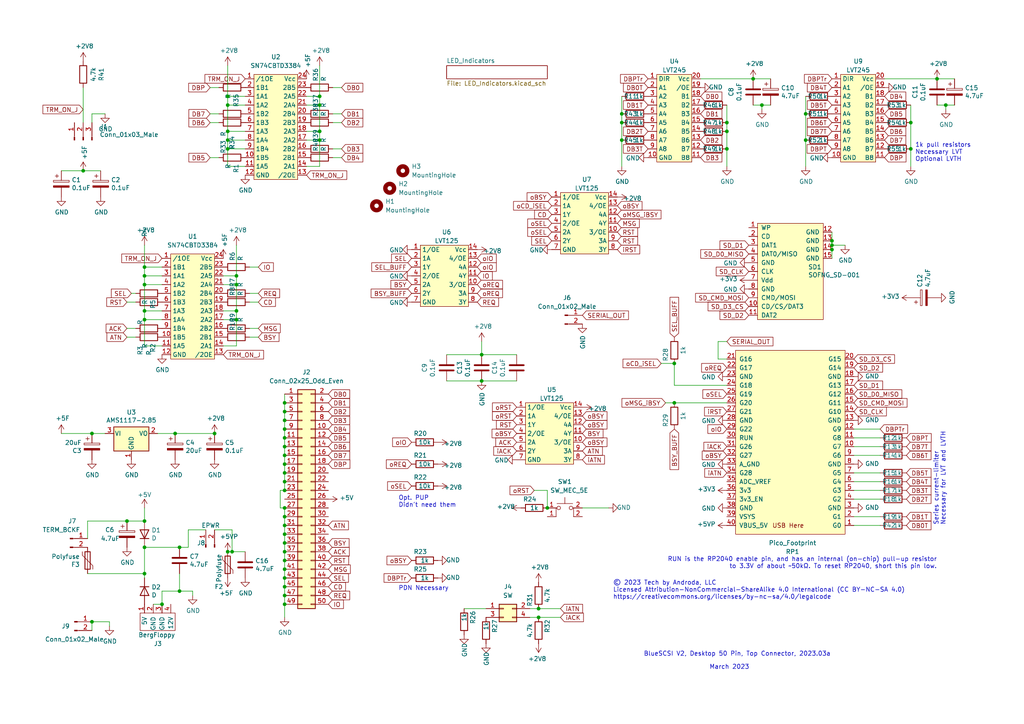
<source format=kicad_sch>
(kicad_sch (version 20211123) (generator eeschema)
  (paper "A4")
  (junction (at 82.55 142.24))
  (junction (at 82.55 165.1))
  (junction (at 241.3 69.85))
  (junction (at 41.91 77.47))
  (junction (at 82.55 170.18))
  (junction (at 92.71 27.94))
  (junction (at 41.91 90.17))
  (junction (at 52.07 158.75))
  (junction (at 52.07 171.45))
  (junction (at 68.58 82.55))
  (junction (at 36.83 151.13))
  (junction (at 220.98 30.48))
  (junction (at 66.04 43.18))
  (junction (at 156.21 176.53))
  (junction (at 139.7 110.49))
  (junction (at 92.71 30.48))
  (junction (at 241.3 72.39))
  (junction (at 82.55 172.72))
  (junction (at 92.71 40.64))
  (junction (at 158.75 147.32))
  (junction (at 41.91 158.75))
  (junction (at 24.13 49.53))
  (junction (at 92.71 38.1))
  (junction (at 82.55 116.84))
  (junction (at 210.82 43.18))
  (junction (at 139.7 102.87))
  (junction (at 195.58 105.41))
  (junction (at 82.55 119.38))
  (junction (at 82.55 121.92))
  (junction (at 82.55 160.02))
  (junction (at 82.55 147.32))
  (junction (at 82.55 175.26))
  (junction (at 82.55 134.62))
  (junction (at 41.91 151.13))
  (junction (at 26.67 180.34))
  (junction (at 41.91 80.01))
  (junction (at 68.58 80.01))
  (junction (at 66.04 38.1))
  (junction (at 41.91 82.55))
  (junction (at 180.34 33.02))
  (junction (at 82.55 124.46))
  (junction (at 67.31 160.02))
  (junction (at 233.68 33.02))
  (junction (at 210.82 35.56))
  (junction (at 82.55 167.64))
  (junction (at 26.67 125.73))
  (junction (at 68.58 90.17))
  (junction (at 218.44 22.86))
  (junction (at 62.23 125.73))
  (junction (at 271.78 22.86))
  (junction (at 156.21 179.07))
  (junction (at 50.8 125.73))
  (junction (at 180.34 40.64))
  (junction (at 66.04 27.94))
  (junction (at 82.55 132.08))
  (junction (at 82.55 157.48))
  (junction (at 210.82 38.1))
  (junction (at 233.68 40.64))
  (junction (at 264.16 43.18))
  (junction (at 82.55 137.16))
  (junction (at 66.04 30.48))
  (junction (at 41.91 166.37))
  (junction (at 195.58 116.84))
  (junction (at 82.55 162.56))
  (junction (at 274.32 30.48))
  (junction (at 82.55 127))
  (junction (at 180.34 35.56))
  (junction (at 66.04 160.02))
  (junction (at 82.55 152.4))
  (junction (at 241.3 71.12))
  (junction (at 264.16 35.56))
  (junction (at 66.04 40.64))
  (junction (at 82.55 149.86))
  (junction (at 82.55 129.54))
  (junction (at 68.58 92.71))
  (junction (at 82.55 139.7))
  (junction (at 41.91 92.71))
  (junction (at 46.99 175.26))
  (junction (at 82.55 154.94))
  (wire (pts (xy 92.71 48.26) (xy 92.71 40.64)))
  (wire (pts (xy 210.82 38.1) (xy 210.82 43.18)))
  (wire (pts (xy 193.04 116.84) (xy 195.58 116.84)))
  (wire (pts (xy 245.11 71.12) (xy 241.3 71.12)))
  (wire (pts (xy 153.67 176.53) (xy 156.21 176.53)))
  (wire (pts (xy 66.04 43.18) (xy 71.12 43.18)))
  (wire (pts (xy 180.34 40.64) (xy 180.34 48.26)))
  (wire (pts (xy 218.44 22.86) (xy 203.2 22.86)))
  (wire (pts (xy 54.61 153.67) (xy 59.69 153.67)))
  (wire (pts (xy 92.71 30.48) (xy 92.71 27.94)))
  (wire (pts (xy 241.3 69.85) (xy 241.3 71.12)))
  (wire (pts (xy 88.9 48.26) (xy 92.71 48.26)))
  (wire (pts (xy 64.77 90.17) (xy 68.58 90.17)))
  (wire (pts (xy 210.82 35.56) (xy 210.82 38.1)))
  (wire (pts (xy 264.16 43.18) (xy 264.16 48.26)))
  (wire (pts (xy 274.32 30.48) (xy 274.32 31.75)))
  (wire (pts (xy 71.12 48.26) (xy 66.04 48.26)))
  (wire (pts (xy 52.07 171.45) (xy 55.88 171.45)))
  (wire (pts (xy 88.9 38.1) (xy 92.71 38.1)))
  (wire (pts (xy 39.37 85.09) (xy 38.1 85.09)))
  (wire (pts (xy 82.55 149.86) (xy 82.55 152.4)))
  (wire (pts (xy 271.78 30.48) (xy 274.32 30.48)))
  (wire (pts (xy 82.55 172.72) (xy 82.55 175.26)))
  (wire (pts (xy 134.62 176.53) (xy 140.97 176.53)))
  (wire (pts (xy 67.31 160.02) (xy 71.12 160.02)))
  (wire (pts (xy 82.55 175.26) (xy 82.55 179.07)))
  (wire (pts (xy 66.04 30.48) (xy 66.04 27.94)))
  (wire (pts (xy 218.44 30.48) (xy 220.98 30.48)))
  (wire (pts (xy 66.04 38.1) (xy 66.04 30.48)))
  (wire (pts (xy 26.67 125.73) (xy 30.48 125.73)))
  (wire (pts (xy 82.55 124.46) (xy 82.55 127)))
  (wire (pts (xy 139.7 110.49) (xy 149.86 110.49)))
  (wire (pts (xy 129.54 102.87) (xy 139.7 102.87)))
  (wire (pts (xy 82.55 142.24) (xy 81.28 142.24)))
  (wire (pts (xy 96.52 33.02) (xy 99.06 33.02)))
  (wire (pts (xy 41.91 77.47) (xy 46.99 77.47)))
  (wire (pts (xy 66.04 38.1) (xy 66.04 40.64)))
  (wire (pts (xy 180.34 35.56) (xy 180.34 40.64)))
  (wire (pts (xy 82.55 170.18) (xy 82.55 172.72)))
  (wire (pts (xy 233.68 33.02) (xy 233.68 40.64)))
  (wire (pts (xy 168.91 147.32) (xy 176.53 147.32)))
  (wire (pts (xy 247.65 139.7) (xy 255.27 139.7)))
  (wire (pts (xy 25.4 151.13) (xy 25.4 156.21)))
  (wire (pts (xy 62.23 153.67) (xy 67.31 153.67)))
  (wire (pts (xy 247.65 149.86) (xy 255.27 149.86)))
  (wire (pts (xy 247.65 132.08) (xy 255.27 132.08)))
  (wire (pts (xy 41.91 90.17) (xy 41.91 82.55)))
  (wire (pts (xy 264.16 35.56) (xy 264.16 43.18)))
  (wire (pts (xy 241.3 67.31) (xy 241.3 69.85)))
  (wire (pts (xy 92.71 40.64) (xy 92.71 38.1)))
  (wire (pts (xy 74.93 95.25) (xy 72.39 95.25)))
  (wire (pts (xy 41.91 92.71) (xy 46.99 92.71)))
  (wire (pts (xy 241.3 72.39) (xy 241.3 74.93)))
  (wire (pts (xy 41.91 151.13) (xy 36.83 151.13)))
  (wire (pts (xy 247.65 142.24) (xy 255.27 142.24)))
  (wire (pts (xy 41.91 80.01) (xy 46.99 80.01)))
  (wire (pts (xy 46.99 90.17) (xy 41.91 90.17)))
  (wire (pts (xy 82.55 139.7) (xy 82.55 142.24)))
  (wire (pts (xy 82.55 129.54) (xy 82.55 132.08)))
  (wire (pts (xy 82.55 157.48) (xy 82.55 160.02)))
  (wire (pts (xy 26.67 180.34) (xy 31.75 180.34)))
  (wire (pts (xy 96.52 35.56) (xy 99.06 35.56)))
  (wire (pts (xy 68.58 82.55) (xy 68.58 80.01)))
  (wire (pts (xy 88.9 40.64) (xy 92.71 40.64)))
  (wire (pts (xy 41.91 151.13) (xy 41.91 147.32)))
  (wire (pts (xy 88.9 27.94) (xy 92.71 27.94)))
  (wire (pts (xy 66.04 40.64) (xy 66.04 43.18)))
  (wire (pts (xy 210.82 111.76) (xy 195.58 111.76)))
  (wire (pts (xy 17.78 125.73) (xy 26.67 125.73)))
  (wire (pts (xy 54.61 158.75) (xy 54.61 153.67)))
  (wire (pts (xy 218.44 22.86) (xy 223.52 22.86)))
  (wire (pts (xy 191.77 105.41) (xy 195.58 105.41)))
  (wire (pts (xy 180.34 33.02) (xy 180.34 35.56)))
  (wire (pts (xy 66.04 19.05) (xy 66.04 27.94)))
  (wire (pts (xy 72.39 85.09) (xy 74.93 85.09)))
  (wire (pts (xy 63.5 33.02) (xy 60.96 33.02)))
  (wire (pts (xy 233.68 27.94) (xy 233.68 33.02)))
  (wire (pts (xy 74.93 77.47) (xy 72.39 77.47)))
  (wire (pts (xy 67.31 153.67) (xy 67.31 160.02)))
  (wire (pts (xy 99.06 45.72) (xy 96.52 45.72)))
  (wire (pts (xy 68.58 90.17) (xy 68.58 82.55)))
  (wire (pts (xy 64.77 100.33) (xy 68.58 100.33)))
  (wire (pts (xy 26.67 33.02) (xy 30.48 33.02)))
  (wire (pts (xy 46.99 171.45) (xy 46.99 175.26)))
  (wire (pts (xy 220.98 30.48) (xy 220.98 31.75)))
  (wire (pts (xy 99.06 43.18) (xy 96.52 43.18)))
  (wire (pts (xy 210.82 99.06) (xy 208.28 99.06)))
  (wire (pts (xy 68.58 100.33) (xy 68.58 92.71)))
  (wire (pts (xy 17.78 49.53) (xy 24.13 49.53)))
  (wire (pts (xy 195.58 111.76) (xy 195.58 105.41)))
  (wire (pts (xy 24.13 49.53) (xy 29.21 49.53)))
  (wire (pts (xy 66.04 160.02) (xy 67.31 160.02)))
  (wire (pts (xy 66.04 40.64) (xy 71.12 40.64)))
  (wire (pts (xy 82.55 152.4) (xy 82.55 154.94)))
  (wire (pts (xy 39.37 87.63) (xy 36.83 87.63)))
  (wire (pts (xy 24.13 25.4) (xy 24.13 35.56)))
  (wire (pts (xy 25.4 166.37) (xy 41.91 166.37)))
  (wire (pts (xy 195.58 116.84) (xy 210.82 116.84)))
  (wire (pts (xy 81.28 147.32) (xy 82.55 147.32)))
  (wire (pts (xy 180.34 27.94) (xy 180.34 33.02)))
  (wire (pts (xy 31.75 180.34) (xy 31.75 181.61)))
  (wire (pts (xy 82.55 160.02) (xy 82.55 162.56)))
  (wire (pts (xy 233.68 40.64) (xy 233.68 48.26)))
  (wire (pts (xy 82.55 121.92) (xy 82.55 124.46)))
  (wire (pts (xy 92.71 38.1) (xy 92.71 30.48)))
  (wire (pts (xy 64.77 92.71) (xy 68.58 92.71)))
  (wire (pts (xy 158.75 142.24) (xy 158.75 147.32)))
  (wire (pts (xy 208.28 99.06) (xy 208.28 104.14)))
  (wire (pts (xy 68.58 92.71) (xy 68.58 90.17)))
  (wire (pts (xy 82.55 167.64) (xy 82.55 170.18)))
  (wire (pts (xy 50.8 125.73) (xy 62.23 125.73)))
  (wire (pts (xy 139.7 102.87) (xy 149.86 102.87)))
  (wire (pts (xy 156.21 179.07) (xy 162.56 179.07)))
  (wire (pts (xy 247.65 137.16) (xy 255.27 137.16)))
  (wire (pts (xy 64.77 82.55) (xy 68.58 82.55)))
  (wire (pts (xy 41.91 158.75) (xy 52.07 158.75)))
  (wire (pts (xy 241.3 71.12) (xy 241.3 72.39)))
  (wire (pts (xy 68.58 80.01) (xy 68.58 71.12)))
  (wire (pts (xy 52.07 166.37) (xy 52.07 171.45)))
  (wire (pts (xy 92.71 27.94) (xy 92.71 19.05)))
  (wire (pts (xy 220.98 30.48) (xy 223.52 30.48)))
  (wire (pts (xy 99.06 25.4) (xy 96.52 25.4)))
  (wire (pts (xy 71.12 38.1) (xy 66.04 38.1)))
  (wire (pts (xy 210.82 30.48) (xy 210.82 35.56)))
  (wire (pts (xy 71.12 30.48) (xy 66.04 30.48)))
  (wire (pts (xy 55.88 171.45) (xy 55.88 172.72)))
  (wire (pts (xy 45.72 125.73) (xy 50.8 125.73)))
  (wire (pts (xy 82.55 132.08) (xy 82.55 134.62)))
  (wire (pts (xy 139.7 99.06) (xy 139.7 102.87)))
  (wire (pts (xy 25.4 151.13) (xy 36.83 151.13)))
  (wire (pts (xy 156.21 176.53) (xy 162.56 176.53)))
  (wire (pts (xy 41.91 90.17) (xy 41.91 92.71)))
  (wire (pts (xy 247.65 144.78) (xy 255.27 144.78)))
  (wire (pts (xy 82.55 162.56) (xy 82.55 165.1)))
  (wire (pts (xy 88.9 30.48) (xy 92.71 30.48)))
  (wire (pts (xy 82.55 165.1) (xy 82.55 167.64)))
  (wire (pts (xy 74.93 97.79) (xy 72.39 97.79)))
  (wire (pts (xy 63.5 45.72) (xy 60.96 45.72)))
  (wire (pts (xy 82.55 134.62) (xy 82.55 137.16)))
  (wire (pts (xy 44.45 175.26) (xy 46.99 175.26)))
  (wire (pts (xy 82.55 147.32) (xy 82.55 149.86)))
  (wire (pts (xy 46.99 100.33) (xy 41.91 100.33)))
  (wire (pts (xy 210.82 43.18) (xy 210.82 48.26)))
  (wire (pts (xy 81.28 142.24) (xy 81.28 147.32)))
  (wire (pts (xy 82.55 114.3) (xy 82.55 116.84)))
  (wire (pts (xy 54.61 158.75) (xy 52.07 158.75)))
  (wire (pts (xy 46.99 82.55) (xy 41.91 82.55)))
  (wire (pts (xy 247.65 124.46) (xy 255.27 124.46)))
  (wire (pts (xy 247.65 129.54) (xy 255.27 129.54)))
  (wire (pts (xy 247.65 152.4) (xy 255.27 152.4)))
  (wire (pts (xy 63.5 25.4) (xy 60.96 25.4)))
  (wire (pts (xy 26.67 182.88) (xy 26.67 180.34)))
  (wire (pts (xy 153.67 179.07) (xy 156.21 179.07)))
  (wire (pts (xy 264.16 30.48) (xy 264.16 35.56)))
  (wire (pts (xy 39.37 97.79) (xy 36.83 97.79)))
  (wire (pts (xy 82.55 137.16) (xy 82.55 139.7)))
  (wire (pts (xy 36.83 95.25) (xy 39.37 95.25)))
  (wire (pts (xy 208.28 104.14) (xy 210.82 104.14)))
  (wire (pts (xy 247.65 127) (xy 255.27 127)))
  (wire (pts (xy 274.32 30.48) (xy 276.86 30.48)))
  (wire (pts (xy 64.77 80.01) (xy 68.58 80.01)))
  (wire (pts (xy 52.07 171.45) (xy 46.99 171.45)))
  (wire (pts (xy 154.94 142.24) (xy 158.75 142.24)))
  (wire (pts (xy 82.55 119.38) (xy 82.55 121.92)))
  (wire (pts (xy 41.91 71.12) (xy 41.91 77.47)))
  (wire (pts (xy 82.55 116.84) (xy 82.55 119.38)))
  (wire (pts (xy 271.78 22.86) (xy 276.86 22.86)))
  (wire (pts (xy 82.55 127) (xy 82.55 129.54)))
  (wire (pts (xy 41.91 158.75) (xy 41.91 166.37)))
  (wire (pts (xy 41.91 77.47) (xy 41.91 80.01)))
  (wire (pts (xy 129.54 110.49) (xy 139.7 110.49)))
  (wire (pts (xy 41.91 166.37) (xy 41.91 167.64)))
  (wire (pts (xy 41.91 82.55) (xy 41.91 80.01)))
  (wire (pts (xy 41.91 92.71) (xy 41.91 100.33)))
  (wire (pts (xy 82.55 154.94) (xy 82.55 157.48)))
  (wire (pts (xy 72.39 87.63) (xy 74.93 87.63)))
  (wire (pts (xy 60.96 35.56) (xy 63.5 35.56)))
  (wire (pts (xy 26.67 35.56) (xy 26.67 33.02)))
  (wire (pts (xy 66.04 27.94) (xy 71.12 27.94)))
  (wire (pts (xy 271.78 22.86) (xy 256.54 22.86)))
  (wire (pts (xy 66.04 43.18) (xy 66.04 48.26)))
  (text "Series current-limiter\nNecessary for LVT and LVTH" (at 274.32 152.4 90) (effects (font (size 1.27 1.27)) (justify left bottom)))
  (text "March 2023" (at 205.74 194.31 0) (effects (font (size 1.27 1.27)) (justify left bottom)))
  (text "BlueSCSI V2, Desktop 50 Pin, Top Connector, 2023.03a" (at 186.69 190.5 0) (effects (font (size 1.27 1.27)) (justify left bottom)))
  (text "RUN is the RP2040 enable pin, and has an internal (on-chip) pull-up resistor\nto 3.3V of about ~50kΩ. To reset RP2040, short this pin low." (at 271.78 165.1 0) (effects (font (size 1.27 1.27)) (justify right bottom)))
  (text "Opt. PUP\nDidn't need them" (at 115.57 147.32 0) (effects (font (size 1.27 1.27)) (justify left bottom)))
  (text "© 2023 Tech by Androda, LLC\nLicensed Attribution-NonCommercial-ShareAlike 4.0 International (CC BY-NC-SA 4.0)\nhttps://creativecommons.org/licenses/by-nc-sa/4.0/legalcode" (at 177.8 173.99 0) (effects (font (size 1.27 1.27)) (justify left bottom)))
  (text "PDN Necessary" (at 115.57 171.45 0) (effects (font (size 1.27 1.27)) (justify left bottom)))
  (text "1k pull resistors\nNecessary LVT\nOptional LVTH" (at 265.43 46.99 0) (effects (font (size 1.27 1.27)) (justify left bottom)))
  (global_label "RST" (shape input) (at 36.83 87.63 180) (property "Intersheet References" "${INTERSHEET_REFS}" (effects hide)))
  (global_label "oSEL" (shape input) (at 119.38 140.97 180) (property "Intersheet References" "${INTERSHEET_REFS}" (effects hide)))
  (global_label "TRM_ON_J" (shape input) (at 24.13 31.75 180) (property "Intersheet References" "${INTERSHEET_REFS}" (effects hide)))
  (global_label "MSG" (shape input) (at 179.07 64.77 0) (property "Intersheet References" "${INTERSHEET_REFS}" (effects hide)))
  (global_label "SEL" (shape input) (at 38.1 85.09 180) (property "Intersheet References" "${INTERSHEET_REFS}" (effects hide)))
  (global_label "oBSY" (shape input) (at 179.07 59.69 0) (property "Intersheet References" "${INTERSHEET_REFS}" (effects hide)))
  (global_label "IO" (shape input) (at 95.25 175.26 0) (property "Intersheet References" "${INTERSHEET_REFS}" (effects hide)))
  (global_label "oRST" (shape input) (at 149.86 120.65 180) (property "Intersheet References" "${INTERSHEET_REFS}" (effects hide)))
  (global_label "iACK" (shape input) (at 162.56 179.07 0) (property "Intersheet References" "${INTERSHEET_REFS}" (effects hide)))
  (global_label "DB1" (shape input) (at 95.25 116.84 0) (property "Intersheet References" "${INTERSHEET_REFS}" (effects hide)))
  (global_label "oIO" (shape input) (at 138.43 74.93 0) (property "Intersheet References" "${INTERSHEET_REFS}" (effects hide)))
  (global_label "DB1" (shape input) (at 203.2 33.02 0) (property "Intersheet References" "${INTERSHEET_REFS}" (effects hide)))
  (global_label "REQ" (shape input) (at 138.43 87.63 0) (property "Intersheet References" "${INTERSHEET_REFS}" (effects hide)))
  (global_label "CD" (shape input) (at 160.02 62.23 180) (property "Intersheet References" "${INTERSHEET_REFS}" (effects hide)))
  (global_label "DB1" (shape input) (at 99.06 33.02 0) (property "Intersheet References" "${INTERSHEET_REFS}" (effects hide)))
  (global_label "DB1T" (shape input) (at 262.89 149.86 0) (property "Intersheet References" "${INTERSHEET_REFS}" (effects hide)))
  (global_label "DB2T" (shape input) (at 187.96 38.1 180) (property "Intersheet References" "${INTERSHEET_REFS}" (effects hide)))
  (global_label "oREQ" (shape input) (at 138.43 82.55 0) (property "Intersheet References" "${INTERSHEET_REFS}" (effects hide)))
  (global_label "SD_D0_MISO" (shape input) (at 217.17 73.66 180) (property "Intersheet References" "${INTERSHEET_REFS}" (effects hide)))
  (global_label "oIO" (shape input) (at 138.43 77.47 0) (property "Intersheet References" "${INTERSHEET_REFS}" (effects hide)))
  (global_label "oIO" (shape input) (at 210.82 124.46 180) (property "Intersheet References" "${INTERSHEET_REFS}" (effects hide)))
  (global_label "DB7T" (shape input) (at 241.3 38.1 180) (property "Intersheet References" "${INTERSHEET_REFS}" (effects hide)))
  (global_label "oBSY" (shape input) (at 168.91 123.19 0) (property "Intersheet References" "${INTERSHEET_REFS}" (effects hide)))
  (global_label "DB3" (shape input) (at 99.06 43.18 0) (property "Intersheet References" "${INTERSHEET_REFS}" (effects hide)))
  (global_label "SD_D1" (shape input) (at 217.17 71.12 180) (property "Intersheet References" "${INTERSHEET_REFS}" (effects hide)))
  (global_label "DBPTr" (shape input) (at 119.38 167.64 180) (property "Intersheet References" "${INTERSHEET_REFS}" (effects hide)))
  (global_label "SEL_BUFF" (shape input) (at 195.58 97.79 90) (property "Intersheet References" "${INTERSHEET_REFS}" (effects hide)))
  (global_label "oMSG_iBSY" (shape input) (at 179.07 62.23 0) (property "Intersheet References" "${INTERSHEET_REFS}" (effects hide)))
  (global_label "CD" (shape input) (at 74.93 87.63 0) (property "Intersheet References" "${INTERSHEET_REFS}" (effects hide)))
  (global_label "BSY" (shape input) (at 168.91 125.73 0) (property "Intersheet References" "${INTERSHEET_REFS}" (effects hide)))
  (global_label "REQ" (shape input) (at 74.93 85.09 0) (property "Intersheet References" "${INTERSHEET_REFS}" (effects hide)))
  (global_label "DB2" (shape input) (at 95.25 119.38 0) (property "Intersheet References" "${INTERSHEET_REFS}" (effects hide)))
  (global_label "ACK" (shape input) (at 149.86 128.27 180) (property "Intersheet References" "${INTERSHEET_REFS}" (effects hide)))
  (global_label "iRST" (shape input) (at 179.07 72.39 0) (property "Intersheet References" "${INTERSHEET_REFS}" (effects hide)))
  (global_label "SD_D2" (shape input) (at 217.17 91.44 180) (property "Intersheet References" "${INTERSHEET_REFS}" (effects hide)))
  (global_label "DB0" (shape input) (at 95.25 114.3 0) (property "Intersheet References" "${INTERSHEET_REFS}" (effects hide)))
  (global_label "oBSY" (shape input) (at 160.02 57.15 180) (property "Intersheet References" "${INTERSHEET_REFS}" (effects hide)))
  (global_label "DB4" (shape input) (at 256.54 27.94 0) (property "Intersheet References" "${INTERSHEET_REFS}" (effects hide)))
  (global_label "DBP" (shape input) (at 60.96 25.4 180) (property "Intersheet References" "${INTERSHEET_REFS}" (effects hide)))
  (global_label "RST" (shape input) (at 149.86 123.19 180) (property "Intersheet References" "${INTERSHEET_REFS}" (effects hide)))
  (global_label "RST" (shape input) (at 179.07 69.85 0) (property "Intersheet References" "${INTERSHEET_REFS}" (effects hide)))
  (global_label "oBSY" (shape input) (at 149.86 125.73 180) (property "Intersheet References" "${INTERSHEET_REFS}" (effects hide)))
  (global_label "DBPTr" (shape input) (at 187.96 22.86 180) (property "Intersheet References" "${INTERSHEET_REFS}" (effects hide)))
  (global_label "SD_D3_CS" (shape input) (at 217.17 88.9 180) (property "Intersheet References" "${INTERSHEET_REFS}" (effects hide)))
  (global_label "oBSY" (shape input) (at 168.91 120.65 0) (property "Intersheet References" "${INTERSHEET_REFS}" (effects hide)))
  (global_label "ACK" (shape input) (at 95.25 160.02 0) (property "Intersheet References" "${INTERSHEET_REFS}" (effects hide)))
  (global_label "DB7T" (shape input) (at 262.89 129.54 0) (property "Intersheet References" "${INTERSHEET_REFS}" (effects hide)))
  (global_label "SERIAL_OUT" (shape input) (at 210.82 99.06 0) (property "Intersheet References" "${INTERSHEET_REFS}" (effects hide)))
  (global_label "MSG" (shape input) (at 95.25 165.1 0) (property "Intersheet References" "${INTERSHEET_REFS}" (effects hide)))
  (global_label "RST" (shape input) (at 179.07 67.31 0) (property "Intersheet References" "${INTERSHEET_REFS}" (effects hide)))
  (global_label "DB7" (shape input) (at 60.96 33.02 180) (property "Intersheet References" "${INTERSHEET_REFS}" (effects hide)))
  (global_label "SD_D0_MISO" (shape input) (at 247.65 114.3 0) (property "Intersheet References" "${INTERSHEET_REFS}" (effects hide)))
  (global_label "DB2" (shape input) (at 99.06 35.56 0) (property "Intersheet References" "${INTERSHEET_REFS}" (effects hide)))
  (global_label "DB5T" (shape input) (at 241.3 30.48 180) (property "Intersheet References" "${INTERSHEET_REFS}" (effects hide)))
  (global_label "DB5" (shape input) (at 256.54 33.02 0) (property "Intersheet References" "${INTERSHEET_REFS}" (effects hide)))
  (global_label "DB4" (shape input) (at 99.06 45.72 0) (property "Intersheet References" "${INTERSHEET_REFS}" (effects hide)))
  (global_label "SERIAL_OUT" (shape input) (at 168.91 91.44 0) (property "Intersheet References" "${INTERSHEET_REFS}" (effects hide)))
  (global_label "CD" (shape input) (at 95.25 170.18 0) (property "Intersheet References" "${INTERSHEET_REFS}" (effects hide)))
  (global_label "DB2" (shape input) (at 203.2 40.64 0) (property "Intersheet References" "${INTERSHEET_REFS}" (effects hide)))
  (global_label "oSEL" (shape input) (at 160.02 67.31 180) (property "Intersheet References" "${INTERSHEET_REFS}" (effects hide)))
  (global_label "RST" (shape input) (at 95.25 162.56 0) (property "Intersheet References" "${INTERSHEET_REFS}" (effects hide)))
  (global_label "DB5" (shape input) (at 60.96 45.72 180) (property "Intersheet References" "${INTERSHEET_REFS}" (effects hide)))
  (global_label "SD_D3_CS" (shape input) (at 247.65 104.14 0) (property "Intersheet References" "${INTERSHEET_REFS}" (effects hide)))
  (global_label "TRM_ON_J" (shape input) (at 88.9 50.8 0) (property "Intersheet References" "${INTERSHEET_REFS}" (effects hide)))
  (global_label "oMSG_iBSY" (shape input) (at 193.04 116.84 180) (property "Intersheet References" "${INTERSHEET_REFS}" (effects hide)))
  (global_label "BSY" (shape input) (at 119.38 82.55 180) (property "Intersheet References" "${INTERSHEET_REFS}" (effects hide)))
  (global_label "SD_CLK" (shape input) (at 217.17 78.74 180) (property "Intersheet References" "${INTERSHEET_REFS}" (effects hide)))
  (global_label "DB3" (shape input) (at 203.2 45.72 0) (property "Intersheet References" "${INTERSHEET_REFS}" (effects hide)))
  (global_label "SEL" (shape input) (at 160.02 69.85 180) (property "Intersheet References" "${INTERSHEET_REFS}" (effects hide)))
  (global_label "DB7" (shape input) (at 95.25 132.08 0) (property "Intersheet References" "${INTERSHEET_REFS}" (effects hide)))
  (global_label "DB0T" (shape input) (at 187.96 25.4 180) (property "Intersheet References" "${INTERSHEET_REFS}" (effects hide)))
  (global_label "BSY" (shape input) (at 74.93 97.79 0) (property "Intersheet References" "${INTERSHEET_REFS}" (effects hide)))
  (global_label "DBPTr" (shape input) (at 255.27 124.46 0) (property "Intersheet References" "${INTERSHEET_REFS}" (effects hide)))
  (global_label "SD_CMD_MOSI" (shape input) (at 217.17 86.36 180) (property "Intersheet References" "${INTERSHEET_REFS}" (effects hide)))
  (global_label "oCD_iSEL" (shape input) (at 160.02 59.69 180) (property "Intersheet References" "${INTERSHEET_REFS}" (effects hide)))
  (global_label "SD_CMD_MOSI" (shape input) (at 247.65 116.84 0) (property "Intersheet References" "${INTERSHEET_REFS}" (effects hide)))
  (global_label "iRST" (shape input) (at 210.82 119.38 180) (property "Intersheet References" "${INTERSHEET_REFS}" (effects hide)))
  (global_label "SEL_BUFF" (shape input) (at 119.38 77.47 180) (property "Intersheet References" "${INTERSHEET_REFS}" (effects hide)))
  (global_label "DB3" (shape input) (at 95.25 121.92 0) (property "Intersheet References" "${INTERSHEET_REFS}" (effects hide)))
  (global_label "DB6T" (shape input) (at 262.89 132.08 0) (property "Intersheet References" "${INTERSHEET_REFS}" (effects hide)))
  (global_label "DB6T" (shape input) (at 241.3 35.56 180) (property "Intersheet References" "${INTERSHEET_REFS}" (effects hide)))
  (global_label "iACK" (shape input) (at 149.86 130.81 180) (property "Intersheet References" "${INTERSHEET_REFS}" (effects hide)))
  (global_label "iATN" (shape input) (at 210.82 137.16 180) (property "Intersheet References" "${INTERSHEET_REFS}" (effects hide)))
  (global_label "oRST" (shape input) (at 149.86 118.11 180) (property "Intersheet References" "${INTERSHEET_REFS}" (effects hide)))
  (global_label "MSG" (shape input) (at 74.93 95.25 0) (property "Intersheet References" "${INTERSHEET_REFS}" (effects hide)))
  (global_label "SD_D1" (shape input) (at 247.65 111.76 0) (property "Intersheet References" "${INTERSHEET_REFS}" (effects hide)))
  (global_label "BSY" (shape input) (at 95.25 157.48 0) (property "Intersheet References" "${INTERSHEET_REFS}" (effects hide)))
  (global_label "oSEL" (shape input) (at 210.82 114.3 180) (property "Intersheet References" "${INTERSHEET_REFS}" (effects hide)))
  (global_label "TRM_ON_J" (shape input) (at 64.77 102.87 0) (property "Intersheet References" "${INTERSHEET_REFS}" (effects hide)))
  (global_label "ACK" (shape input) (at 36.83 95.25 180) (property "Intersheet References" "${INTERSHEET_REFS}" (effects hide)))
  (global_label "oBSY" (shape input) (at 168.91 128.27 0) (property "Intersheet References" "${INTERSHEET_REFS}" (effects hide)))
  (global_label "DB5T" (shape input) (at 262.89 137.16 0) (property "Intersheet References" "${INTERSHEET_REFS}" (effects hide)))
  (global_label "oSEL" (shape input) (at 160.02 64.77 180) (property "Intersheet References" "${INTERSHEET_REFS}" (effects hide)))
  (global_label "REQ" (shape input) (at 95.25 172.72 0) (property "Intersheet References" "${INTERSHEET_REFS}" (effects hide)))
  (global_label "DBPT" (shape input) (at 241.3 43.18 180) (property "Intersheet References" "${INTERSHEET_REFS}" (effects hide)))
  (global_label "SD_D2" (shape input) (at 247.65 106.68 0) (property "Intersheet References" "${INTERSHEET_REFS}" (effects hide)))
  (global_label "oREQ" (shape input) (at 138.43 85.09 0) (property "Intersheet References" "${INTERSHEET_REFS}" (effects hide)))
  (global_label "SD_CLK" (shape input) (at 247.65 119.38 0) (property "Intersheet References" "${INTERSHEET_REFS}" (effects hide)))
  (global_label "DB2T" (shape input) (at 262.89 144.78 0) (property "Intersheet References" "${INTERSHEET_REFS}" (effects hide)))
  (global_label "oCD_iSEL" (shape input) (at 191.77 105.41 180) (property "Intersheet References" "${INTERSHEET_REFS}" (effects hide)))
  (global_label "oBSY" (shape input) (at 210.82 132.08 180) (property "Intersheet References" "${INTERSHEET_REFS}" (effects hide)))
  (global_label "DB0" (shape input) (at 203.2 27.94 0) (property "Intersheet References" "${INTERSHEET_REFS}" (effects hide)))
  (global_label "TRM_ON_J" (shape input) (at 46.99 74.93 180) (property "Intersheet References" "${INTERSHEET_REFS}" (effects hide)))
  (global_label "BSY_BUFF" (shape input) (at 119.38 85.09 180) (property "Intersheet References" "${INTERSHEET_REFS}" (effects hide)))
  (global_label "DB4" (shape input) (at 95.25 124.46 0) (property "Intersheet References" "${INTERSHEET_REFS}" (effects hide)))
  (global_label "DB0" (shape input) (at 99.06 25.4 0) (property "Intersheet References" "${INTERSHEET_REFS}" (effects hide)))
  (global_label "DB3T" (shape input) (at 262.89 142.24 0) (property "Intersheet References" "${INTERSHEET_REFS}" (effects hide)))
  (global_label "DB1T" (shape input) (at 187.96 30.48 180) (property "Intersheet References" "${INTERSHEET_REFS}" (effects hide)))
  (global_label "oBSY" (shape input) (at 119.38 162.56 180) (property "Intersheet References" "${INTERSHEET_REFS}" (effects hide)))
  (global_label "DB6" (shape input) (at 256.54 38.1 0) (property "Intersheet References" "${INTERSHEET_REFS}" (effects hide)))
  (global_label "IO" (shape input) (at 74.93 77.47 0) (property "Intersheet References" "${INTERSHEET_REFS}" (effects hide)))
  (global_label "SEL" (shape input) (at 119.38 74.93 180) (property "Intersheet References" "${INTERSHEET_REFS}" (effects hide)))
  (global_label "iATN" (shape input) (at 168.91 133.35 0) (property "Intersheet References" "${INTERSHEET_REFS}" (effects hide)))
  (global_label "DBPT" (shape input) (at 262.89 127 0) (property "Intersheet References" "${INTERSHEET_REFS}" (effects hide)))
  (global_label "oRST" (shape input) (at 154.94 142.24 180) (property "Intersheet References" "${INTERSHEET_REFS}" (effects hide)))
  (global_label "TRM_ON_J" (shape input) (at 71.12 22.86 180) (property "Intersheet References" "${INTERSHEET_REFS}" (effects hide)))
  (global_label "oREQ" (shape input) (at 210.82 106.68 180) (property "Intersheet References" "${INTERSHEET_REFS}" (effects hide)))
  (global_label "DB6" (shape input) (at 95.25 129.54 0) (property "Intersheet References" "${INTERSHEET_REFS}" (effects hide)))
  (global_label "DB6" (shape input) (at 60.96 35.56 180) (property "Intersheet References" "${INTERSHEET_REFS}" (effects hide)))
  (global_label "DBP" (shape input) (at 95.25 134.62 0) (property "Intersheet References" "${INTERSHEET_REFS}" (effects hide)))
  (global_label "DB4T" (shape input) (at 262.89 139.7 0) (property "Intersheet References" "${INTERSHEET_REFS}" (effects hide)))
  (global_label "BSY_BUFF" (shape input) (at 195.58 124.46 270) (property "Intersheet References" "${INTERSHEET_REFS}" (effects hide)))
  (global_label "iATN" (shape input) (at 162.56 176.53 0) (property "Intersheet References" "${INTERSHEET_REFS}" (effects hide)))
  (global_label "DB3T" (shape input) (at 187.96 43.18 180) (property "Intersheet References" "${INTERSHEET_REFS}" (effects hide)))
  (global_label "SEL" (shape input) (at 95.25 167.64 0) (property "Intersheet References" "${INTERSHEET_REFS}" (effects hide)))
  (global_label "oIO" (shape input) (at 119.38 128.27 180) (property "Intersheet References" "${INTERSHEET_REFS}" (effects hide)))
  (global_label "DB7" (shape input) (at 256.54 40.64 0) (property "Intersheet References" "${INTERSHEET_REFS}" (effects hide)))
  (global_label "DBPTr" (shape input) (at 241.3 22.86 180) (property "Intersheet References" "${INTERSHEET_REFS}" (effects hide)))
  (global_label "DB4T" (shape input) (at 241.3 25.4 180) (property "Intersheet References" "${INTERSHEET_REFS}" (effects hide)))
  (global_label "oREQ" (shape input) (at 119.38 134.62 180) (property "Intersheet References" "${INTERSHEET_REFS}" (effects hide)))
  (global_label "ATN" (shape input) (at 95.25 152.4 0) (property "Intersheet References" "${INTERSHEET_REFS}" (effects hide)))
  (global_label "iACK" (shape input) (at 210.82 129.54 180) (property "Intersheet References" "${INTERSHEET_REFS}" (effects hide)))
  (global_label "IO" (shape input) (at 138.43 80.01 0) (property "Intersheet References" "${INTERSHEET_REFS}" (effects hide)))
  (global_label "DB0T" (shape input) (at 262.89 152.4 0) (property "Intersheet References" "${INTERSHEET_REFS}" (effects hide)))
  (global_label "ATN" (shape input) (at 168.91 130.81 0) (property "Intersheet References" "${INTERSHEET_REFS}" (effects hide)))
  (global_label "DBP" (shape input) (at 256.54 45.72 0) (property "Intersheet References" "${INTERSHEET_REFS}" (effects hide)))
  (global_label "ATN" (shape input) (at 36.83 97.79 180) (property "Intersheet References" "${INTERSHEET_REFS}" (effects hide)))
  (global_label "DB5" (shape input) (at 95.25 127 0) (property "Intersheet References" "${INTERSHEET_REFS}" (effects hide)))
  (symbol (lib_id "Regulator_Linear:AMS1117CD-2.85") (at 38.1 125.73 0) (unit 1)
    (property "Reference" "U3" (at 38.1 119.5832 0))
    (property "Value" "AMS1117-2.85" (at 38.1 121.8946 0))
    (property "Footprint" "Package_TO_SOT_SMD:SOT-223-3_TabPin2" (effects hide))
    (property "Datasheet" "http://www.advanced-monolithic.com/pdf/ds1117.pdf" (effects hide))
  )
  (symbol (lib_id "power:GND") (at 38.1 133.35 0) (unit 1)
    (property "Reference" "#PWR012" (effects hide))
    (property "Value" "GND" (at 38.227 137.7442 0))
  )
  (symbol (lib_id "power:+2V8") (at 62.23 125.73 0) (unit 1)
    (property "Reference" "#PWR015" (effects hide))
    (property "Value" "+2V8" (at 62.611 121.3358 0))
  )
  (symbol (lib_id "Device:CP") (at 50.8 129.54 0) (unit 1)
    (property "Reference" "C4" (at 53.7972 128.3716 0) (effects (justify left)))
    (property "Value" "20uF" (at 53.7972 130.683 0) (effects (justify left)))
    (property "Footprint" "Capacitor_SMD:C_1206_3216Metric_Pad1.42x1.75mm_HandSolder" (effects hide))
  )
  (symbol (lib_id "Device:CP") (at 26.67 129.54 0) (unit 1)
    (property "Reference" "C3" (at 23.6728 130.7084 0) (effects (justify right)))
    (property "Value" "20uF" (at 23.6728 128.397 0) (effects (justify right)))
    (property "Footprint" "Capacitor_SMD:C_1206_3216Metric_Pad1.42x1.75mm_HandSolder" (effects hide))
  )
  (symbol (lib_id "power:GND") (at 26.67 133.35 0) (unit 1)
    (property "Reference" "#PWR07" (effects hide))
    (property "Value" "GND" (at 26.797 137.7442 0))
  )
  (symbol (lib_id "power:GND") (at 50.8 133.35 0) (unit 1)
    (property "Reference" "#PWR013" (effects hide))
    (property "Value" "GND" (at 50.927 137.7442 0))
  )
  (symbol (lib_id "custom_symbols:+5V_TPWR") (at 41.91 147.32 0) (unit 1)
    (property "Reference" "#PWR019" (effects hide))
    (property "Value" "+5V_TPWR" (at 41.91 143.51 0))
  )
  (symbol (lib_id "custom_symbols:BergFloppy") (at 45.72 187.96 180) (unit 1)
    (property "Reference" "J3" (at 46.99 186.69 0) (effects (justify left)))
    (property "Value" "BergFloppy" (at 50.8 184.15 0) (effects (justify left)))
    (property "Footprint" "CustomFootprints:BergFloppy_RightAngle" (effects hide))
  )
  (symbol (lib_id "power:GND") (at 55.88 172.72 0) (unit 1)
    (property "Reference" "#PWR026" (effects hide))
    (property "Value" "GND" (at 56.007 177.1142 0))
  )
  (symbol (lib_id "power:+3V3") (at 210.82 142.24 90) (unit 1)
    (property "Reference" "#PWR047" (effects hide))
    (property "Value" "+3V3" (at 207.5688 141.859 90) (effects (justify left)))
  )
  (symbol (lib_id "power:+5VP") (at 210.82 152.4 90) (unit 1)
    (property "Reference" "#PWR036" (effects hide))
    (property "Value" "+5VP" (at 207.5688 152.019 90) (effects (justify left)))
  )
  (symbol (lib_id "Device:C") (at 52.07 162.56 0) (unit 1)
    (property "Reference" "C7" (at 54.991 161.3916 0) (effects (justify left)))
    (property "Value" "4.7uF" (at 54.991 163.703 0) (effects (justify left)))
    (property "Footprint" "Capacitor_SMD:C_0805_2012Metric_Pad1.15x1.40mm_HandSolder" (effects hide))
  )
  (symbol (lib_id "power:+5F") (at 17.78 125.73 0) (unit 1)
    (property "Reference" "#PWR06" (effects hide))
    (property "Value" "+5F" (at 18.161 121.3358 0))
  )
  (symbol (lib_id "power:+5F") (at 66.04 167.64 180) (unit 1)
    (property "Reference" "#PWR027" (effects hide))
    (property "Value" "+5F" (at 65.659 172.0342 0))
  )
  (symbol (lib_id "power:+5VP") (at 66.04 160.02 0) (unit 1)
    (property "Reference" "#PWR025" (effects hide))
    (property "Value" "+5VP" (at 66.421 155.6258 0))
  )
  (symbol (lib_id "custom_symbols:BlackSCSI") (at 229.87 156.21 180) (unit 1)
    (property "Reference" "RP1" (at 229.87 160.02 0))
    (property "Value" "Pico_Footprint" (at 229.87 157.48 0))
    (property "Footprint" "CustomFootprints:BluePillModule" (effects hide))
  )
  (symbol (lib_id "power:GND") (at 210.82 134.62 270) (unit 1)
    (property "Reference" "#PWR037" (effects hide))
    (property "Value" "GND" (at 207.5688 134.747 90) (effects (justify right)))
  )
  (symbol (lib_id "power:GND") (at 62.23 133.35 0) (unit 1)
    (property "Reference" "#PWR016" (effects hide))
    (property "Value" "GND" (at 62.357 137.7442 0))
  )
  (symbol (lib_id "Device:CP") (at 62.23 129.54 0) (unit 1)
    (property "Reference" "C5" (at 65.2272 128.3716 0) (effects (justify left)))
    (property "Value" "0.1uF" (at 65.2272 130.683 0) (effects (justify left)))
    (property "Footprint" "Capacitor_SMD:C_0805_2012Metric_Pad1.15x1.40mm_HandSolder" (effects hide))
  )
  (symbol (lib_id "power:GND") (at 29.21 57.15 0) (unit 1)
    (property "Reference" "#PWR05" (effects hide))
    (property "Value" "GND" (at 29.337 61.5442 0))
  )
  (symbol (lib_id "Device:CP") (at 29.21 53.34 0) (unit 1)
    (property "Reference" "C2" (at 32.2072 52.1716 0) (effects (justify left)))
    (property "Value" "0.1uF" (at 32.2072 54.483 0) (effects (justify left)))
    (property "Footprint" "Capacitor_SMD:C_0805_2012Metric_Pad1.15x1.40mm_HandSolder" (effects hide))
  )
  (symbol (lib_id "power:GND") (at 17.78 57.15 0) (unit 1)
    (property "Reference" "#PWR03" (effects hide))
    (property "Value" "GND" (at 17.907 61.5442 0))
  )
  (symbol (lib_id "Device:CP") (at 17.78 53.34 0) (unit 1)
    (property "Reference" "C1" (at 20.7772 52.1716 0) (effects (justify left)))
    (property "Value" "0.1uF" (at 20.7772 54.483 0) (effects (justify left)))
    (property "Footprint" "Capacitor_SMD:C_0805_2012Metric_Pad1.15x1.40mm_HandSolder" (effects hide))
  )
  (symbol (lib_id "Device:D") (at 41.91 171.45 270) (unit 1)
    (property "Reference" "D2" (at 43.942 170.2816 90) (effects (justify left)))
    (property "Value" "D" (at 43.942 172.593 90) (effects (justify left)))
    (property "Footprint" "Diode_SMD:D_SMA" (effects hide))
  )
  (symbol (lib_id "Device:D") (at 41.91 154.94 90) (unit 1)
    (property "Reference" "D1" (at 43.942 153.7716 90) (effects (justify right)))
    (property "Value" "D" (at 43.942 156.083 90) (effects (justify right)))
    (property "Footprint" "Diode_SMD:D_SMA" (effects hide))
  )
  (symbol (lib_id "power:GND") (at 36.83 158.75 0) (unit 1)
    (property "Reference" "#PWR018" (effects hide))
    (property "Value" "GND" (at 36.957 163.1442 0))
  )
  (symbol (lib_id "Device:CP") (at 36.83 154.94 0) (unit 1)
    (property "Reference" "C6" (at 30.48 153.67 0) (effects (justify left)))
    (property "Value" "4.7uF" (at 29.21 156.21 0) (effects (justify left)))
    (property "Footprint" "Capacitor_SMD:C_0805_2012Metric_Pad1.15x1.40mm_HandSolder" (effects hide))
  )
  (symbol (lib_id "power:+3V3") (at 264.16 86.36 90) (unit 1)
    (property "Reference" "#PWR048" (effects hide))
    (property "Value" "+3V3" (at 260.9088 85.979 90) (effects (justify left)))
  )
  (symbol (lib_id "power:GND") (at 271.78 86.36 90) (unit 1)
    (property "Reference" "#PWR050" (effects hide))
    (property "Value" "GND" (at 276.1742 86.233 0))
  )
  (symbol (lib_id "Device:CP") (at 267.97 86.36 90) (unit 1)
    (property "Reference" "C12" (at 266.8016 83.3628 0) (effects (justify left)))
    (property "Value" "4.7uF" (at 269.113 83.3628 0) (effects (justify left)))
    (property "Footprint" "Capacitor_SMD:C_0805_2012Metric_Pad1.15x1.40mm_HandSolder" (effects hide))
  )
  (symbol (lib_id "custom_symbols:SOFNG_SD-001") (at 223.52 62.23 0) (unit 1)
    (property "Reference" "SD1" (at 234.3912 77.4446 0) (effects (justify left)))
    (property "Value" "SOFNG_SD-001" (at 234.3912 79.756 0) (effects (justify left)))
    (property "Footprint" "CustomFootprints:SOFNG_SD-001" (effects hide))
  )
  (symbol (lib_id "power:GND") (at 245.11 71.12 0) (unit 1)
    (property "Reference" "#PWR051" (effects hide))
    (property "Value" "GND" (at 245.237 75.5142 0))
  )
  (symbol (lib_id "power:+3V3") (at 217.17 81.28 90) (unit 1)
    (property "Reference" "#PWR044" (effects hide))
    (property "Value" "+3V3" (at 213.9188 80.899 90) (effects (justify left)))
  )
  (symbol (lib_id "power:GND") (at 217.17 83.82 270) (unit 1)
    (property "Reference" "#PWR045" (effects hide))
    (property "Value" "GND" (at 213.9188 83.947 90) (effects (justify right)))
  )
  (symbol (lib_id "power:GND") (at 217.17 76.2 270) (unit 1)
    (property "Reference" "#PWR043" (effects hide))
    (property "Value" "GND" (at 213.9188 76.327 90) (effects (justify right)))
  )
  (symbol (lib_id "Connector:Conn_01x03_Male") (at 24.13 40.64 90) (unit 1)
    (property "Reference" "J1" (at 28.9052 36.7284 90) (effects (justify right)))
    (property "Value" "Conn_01x03_Male" (at 28.9052 39.0398 90) (effects (justify right)))
    (property "Footprint" "Connector_PinHeader_2.54mm:PinHeader_1x03_P2.54mm_Vertical" (effects hide))
  )
  (symbol (lib_id "power:GND") (at 30.48 33.02 0) (unit 1)
    (property "Reference" "#PWR04" (effects hide))
    (property "Value" "GND" (at 30.607 37.4142 0))
  )
  (symbol (lib_id "Device:R") (at 207.01 38.1 90) (unit 1)
    (property "Reference" "R48" (at 205.74 38.1 90))
    (property "Value" "1k" (at 208.28 38.1 90))
    (property "Footprint" "Resistor_SMD:R_0402_1005Metric_Pad0.72x0.64mm_HandSolder" (effects hide))
  )
  (symbol (lib_id "New_Library:LVT245") (at 248.92 19.05 0) (unit 1)
    (property "Reference" "U9" (at 248.92 17.78 0))
    (property "Value" "LVT245" (at 248.92 20.32 0))
    (property "Footprint" "Package_SO:TSSOP-20_4.4x6.5mm_P0.65mm" (effects hide))
  )
  (symbol (lib_id "Device:R") (at 24.13 21.59 180) (unit 1)
    (property "Reference" "R41" (at 29.3878 21.59 90))
    (property "Value" "4.7k" (at 27.0764 21.59 90))
    (property "Footprint" "Resistor_SMD:R_0603_1608Metric_Pad0.98x0.95mm_HandSolder" (effects hide))
  )
  (symbol (lib_id "power:GND") (at 264.16 48.26 0) (unit 1)
    (property "Reference" "#PWR032" (effects hide))
    (property "Value" "GND" (at 264.287 52.6542 0))
  )
  (symbol (lib_id "power:GND") (at 274.32 31.75 0) (unit 1)
    (property "Reference" "#PWR022" (effects hide))
    (property "Value" "GND" (at 274.447 36.1442 0))
  )
  (symbol (lib_id "Device:R") (at 156.21 182.88 0) (unit 1)
    (property "Reference" "R32" (at 158.75 181.61 90))
    (property "Value" "4.7k" (at 153.67 182.88 90))
    (property "Footprint" "Resistor_SMD:R_0603_1608Metric_Pad0.98x0.95mm_HandSolder" (effects hide))
  )
  (symbol (lib_id "power:GND") (at 168.91 93.98 0) (unit 1)
    (property "Reference" "#PWR0112" (effects hide))
    (property "Value" "GND" (at 169.037 97.2312 90) (effects (justify right)))
  )
  (symbol (lib_id "power:GND") (at 127 162.56 90) (unit 1)
    (property "Reference" "#PWR0107" (effects hide))
    (property "Value" "GND" (at 131.3942 162.433 90))
  )
  (symbol (lib_id "power:GND") (at 210.82 109.22 270) (unit 1)
    (property "Reference" "#PWR061" (effects hide))
    (property "Value" "GND" (at 207.5688 109.347 90) (effects (justify right)))
  )
  (symbol (lib_id "power:+2V8") (at 41.91 71.12 0) (unit 1)
    (property "Reference" "#PWR0119" (effects hide))
    (property "Value" "+2V8" (at 42.291 66.7258 0))
  )
  (symbol (lib_id "power:GND") (at 119.38 87.63 270) (unit 1)
    (property "Reference" "#PWR033" (effects hide))
    (property "Value" "GND" (at 114.9858 87.757 90))
  )
  (symbol (lib_id "Device:R") (at 123.19 134.62 90) (unit 1)
    (property "Reference" "R21" (at 121.92 132.08 90))
    (property "Value" "10k" (at 123.19 134.62 90))
    (property "Footprint" "Resistor_SMD:R_0603_1608Metric_Pad0.98x0.95mm_HandSolder" (effects hide))
  )
  (symbol (lib_id "power:+2V8") (at 151.13 147.32 90) (unit 1)
    (property "Reference" "#PWR0114" (effects hide))
    (property "Value" "+2V8" (at 146.7358 146.939 90))
  )
  (symbol (lib_id "Device:R") (at 92.71 43.18 90) (unit 1)
    (property "Reference" "R39" (at 91.5416 41.402 0) (effects (justify left)))
    (property "Value" "R" (at 93.853 41.402 0) (effects (justify left)))
    (property "Footprint" "Resistor_SMD:R_0603_1608Metric_Pad0.98x0.95mm_HandSolder" (effects hide))
  )
  (symbol (lib_id "power:GND") (at 233.68 48.26 0) (unit 1)
    (property "Reference" "#PWR030" (effects hide))
    (property "Value" "GND" (at 233.807 52.6542 0))
  )
  (symbol (lib_id "power:+2V8") (at 127 128.27 270) (unit 1)
    (property "Reference" "#PWR034" (effects hide))
    (property "Value" "+2V8" (at 131.3942 128.651 90))
  )
  (symbol (lib_id "Device:R") (at 207.01 35.56 90) (unit 1)
    (property "Reference" "R47" (at 205.74 35.56 90))
    (property "Value" "1k" (at 208.28 35.56 90))
    (property "Footprint" "Resistor_SMD:R_0402_1005Metric_Pad0.72x0.64mm_HandSolder" (effects hide))
  )
  (symbol (lib_id "Device:C") (at 71.12 163.83 0) (unit 1)
    (property "Reference" "C16" (at 74.041 162.6616 0) (effects (justify left)))
    (property "Value" "4.7uF" (at 74.041 164.973 0) (effects (justify left)))
    (property "Footprint" "Capacitor_SMD:C_0805_2012Metric_Pad1.18x1.45mm_HandSolder" (effects hide))
  )
  (symbol (lib_id "power:GND") (at 247.65 109.22 90) (unit 1)
    (property "Reference" "#PWR064" (effects hide))
    (property "Value" "GND" (at 250.9012 109.093 90) (effects (justify right)))
  )
  (symbol (lib_id "power:GND") (at 31.75 181.61 0) (unit 1)
    (property "Reference" "#PWR0101" (effects hide))
    (property "Value" "GND" (at 31.877 186.0042 0))
  )
  (symbol (lib_id "Device:R") (at 237.49 40.64 90) (unit 1)
    (property "Reference" "R52" (at 236.22 40.64 90))
    (property "Value" "1k" (at 238.76 40.64 90))
    (property "Footprint" "Resistor_SMD:R_0402_1005Metric_Pad0.72x0.64mm_HandSolder" (effects hide))
  )
  (symbol (lib_id "Device:R") (at 67.31 33.02 270) (unit 1)
    (property "Reference" "R34" (at 67.31 39.37 0) (effects (justify left)))
    (property "Value" "R" (at 64.77 38.1 0) (effects (justify left)))
    (property "Footprint" "Resistor_SMD:R_0603_1608Metric_Pad0.98x0.95mm_HandSolder" (effects hide))
  )
  (symbol (lib_id "Device:R") (at 259.08 132.08 90) (unit 1)
    (property "Reference" "R14" (at 257.81 132.08 90))
    (property "Value" "1k" (at 260.35 132.08 90))
    (property "Footprint" "Resistor_SMD:R_0402_1005Metric_Pad0.72x0.64mm_HandSolder" (effects hide))
  )
  (symbol (lib_id "Device:CP") (at 276.86 26.67 0) (unit 1)
    (property "Reference" "C15" (at 279.8572 25.5016 0) (effects (justify left)))
    (property "Value" "4.7uF" (at 279.8572 27.813 0) (effects (justify left)))
    (property "Footprint" "Capacitor_SMD:C_0805_2012Metric_Pad1.18x1.45mm_HandSolder" (effects hide))
  )
  (symbol (lib_id "power:GND") (at 256.54 25.4 90) (unit 1)
    (property "Reference" "#PWR020" (effects hide))
    (property "Value" "GND" (at 260.9342 25.273 90))
  )
  (symbol (lib_id "Device:R") (at 195.58 120.65 180) (unit 1)
    (property "Reference" "R29" (at 193.04 121.92 90))
    (property "Value" "1k" (at 198.12 120.65 90))
    (property "Footprint" "Resistor_SMD:R_0603_1608Metric_Pad0.98x0.95mm_HandSolder" (effects hide))
  )
  (symbol (lib_id "Device:R") (at 68.58 97.79 90) (unit 1)
    (property "Reference" "R10" (at 67.4116 96.012 0) (effects (justify left)))
    (property "Value" "R" (at 69.723 96.012 0) (effects (justify left)))
    (property "Footprint" "Resistor_SMD:R_0603_1608Metric_Pad0.98x0.95mm_HandSolder" (effects hide))
  )
  (symbol (lib_id "Device:R") (at 68.58 85.09 90) (unit 1)
    (property "Reference" "R7" (at 67.4116 83.312 0) (effects (justify left)))
    (property "Value" "R" (at 69.723 83.312 0) (effects (justify left)))
    (property "Footprint" "Resistor_SMD:R_0603_1608Metric_Pad0.98x0.95mm_HandSolder" (effects hide))
  )
  (symbol (lib_id "Mechanical:MountingHole") (at 113.03 54.61 0) (unit 1)
    (property "Reference" "H2" (at 115.57 53.3399 0) (effects (justify left)))
    (property "Value" "MountingHole" (at 115.57 55.8799 0) (effects (justify left)))
    (property "Footprint" "MountingHole:MountingHole_3.2mm_M3" (effects hide))
  )
  (symbol (lib_id "Device:R") (at 92.71 33.02 90) (unit 1)
    (property "Reference" "R37" (at 91.5416 31.242 0) (effects (justify left)))
    (property "Value" "R" (at 93.853 31.242 0) (effects (justify left)))
    (property "Footprint" "Resistor_SMD:R_0603_1608Metric_Pad0.98x0.95mm_HandSolder" (effects hide))
  )
  (symbol (lib_id "power:GND") (at 210.82 147.32 270) (unit 1)
    (property "Reference" "#PWR063" (effects hide))
    (property "Value" "GND" (at 207.5688 147.447 90) (effects (justify right)))
  )
  (symbol (lib_id "New_Library:SN74CBTD3384") (at 55.88 69.85 0) (unit 1)
    (property "Reference" "U1" (at 55.88 68.58 0))
    (property "Value" "SN74CBTD3384" (at 55.88 71.12 0))
    (property "Footprint" "Package_SO:TSSOP-24_4.4x7.8mm_P0.65mm" (effects hide))
  )
  (symbol (lib_id "custom_symbols:+5V_TPWR") (at 95.25 144.78 270) (mirror x) (unit 1)
    (property "Reference" "#PWR0121" (effects hide))
    (property "Value" "+5V_TPWR" (at 98.5012 144.399 90) (effects (justify left)))
  )
  (symbol (lib_id "power:+2V8") (at 139.7 99.06 0) (unit 1)
    (property "Reference" "#PWR055" (effects hide))
    (property "Value" "+2V8" (at 140.081 94.6658 0))
  )
  (symbol (lib_id "Connector:Conn_01x02_Male") (at 59.69 158.75 90) (unit 1)
    (property "Reference" "J8" (at 57.15 157.48 90) (effects (justify right)))
    (property "Value" "EPWR" (at 58.42 152.4 90) (effects (justify right)))
    (property "Footprint" "Connector_PinHeader_2.54mm:PinHeader_1x02_P2.54mm_Vertical" (effects hide))
  )
  (symbol (lib_id "Device:R") (at 184.15 35.56 90) (unit 1)
    (property "Reference" "R44" (at 182.88 35.56 90))
    (property "Value" "1k" (at 185.42 35.56 90))
    (property "Footprint" "Resistor_SMD:R_0402_1005Metric_Pad0.72x0.64mm_HandSolder" (effects hide))
  )
  (symbol (lib_id "Device:R") (at 259.08 129.54 90) (unit 1)
    (property "Reference" "R13" (at 257.81 129.54 90))
    (property "Value" "1k" (at 260.35 129.54 90))
    (property "Footprint" "Resistor_SMD:R_0402_1005Metric_Pad0.72x0.64mm_HandSolder" (effects hide))
  )
  (symbol (lib_id "Connector:Conn_01x02_Male") (at 163.83 91.44 0) (unit 1)
    (property "Reference" "J6" (at 164.465 86.36 0))
    (property "Value" "Conn_01x02_Male" (at 164.465 88.9 0))
    (property "Footprint" "Connector_PinHeader_2.54mm:PinHeader_1x02_P2.54mm_Vertical" (effects hide))
  )
  (symbol (lib_id "Device:R") (at 259.08 152.4 90) (unit 1)
    (property "Reference" "R42" (at 257.81 152.4 90))
    (property "Value" "1k" (at 260.35 152.4 90))
    (property "Footprint" "Resistor_SMD:R_0402_1005Metric_Pad0.72x0.64mm_HandSolder" (effects hide))
  )
  (symbol (lib_id "power:GND") (at 119.38 72.39 270) (unit 1)
    (property "Reference" "#PWR028" (effects hide))
    (property "Value" "GND" (at 114.9858 72.517 90))
  )
  (symbol (lib_id "power:GND") (at 220.98 31.75 0) (unit 1)
    (property "Reference" "#PWR010" (effects hide))
    (property "Value" "GND" (at 221.107 36.1442 0))
  )
  (symbol (lib_id "Device:R") (at 123.19 167.64 90) (unit 1)
    (property "Reference" "R25" (at 121.92 165.1 90))
    (property "Value" "1k" (at 123.19 167.64 90))
    (property "Footprint" "Resistor_SMD:R_0603_1608Metric_Pad0.98x0.95mm_HandSolder" (effects hide))
  )
  (symbol (lib_id "Device:R") (at 43.18 97.79 270) (unit 1)
    (property "Reference" "R2" (at 44.3484 99.568 0) (effects (justify left)))
    (property "Value" "R" (at 42.037 99.568 0) (effects (justify left)))
    (property "Footprint" "Resistor_SMD:R_0603_1608Metric_Pad0.98x0.95mm_HandSolder" (effects hide))
  )
  (symbol (lib_id "Device:R") (at 43.18 95.25 270) (unit 1)
    (property "Reference" "R3" (at 40.64 100.33 0) (effects (justify left)))
    (property "Value" "R" (at 43.18 101.6 0) (effects (justify left)))
    (property "Footprint" "Resistor_SMD:R_0603_1608Metric_Pad0.98x0.95mm_HandSolder" (effects hide))
  )
  (symbol (lib_id "power:GND") (at 210.82 48.26 0) (unit 1)
    (property "Reference" "#PWR029" (effects hide))
    (property "Value" "GND" (at 210.947 52.6542 0))
  )
  (symbol (lib_id "power:GND") (at 46.99 102.87 0) (unit 1)
    (property "Reference" "#PWR0115" (effects hide))
    (property "Value" "GND" (at 47.117 107.2642 0))
  )
  (symbol (lib_id "Connector:Conn_01x02_Male") (at 21.59 180.34 0) (unit 1)
    (property "Reference" "J9" (at 19.05 181.61 0))
    (property "Value" "Conn_01x02_Male" (at 21.59 185.42 0))
    (property "Footprint" "Connector_PinHeader_2.54mm:PinHeader_1x02_P2.54mm_Vertical" (effects hide))
  )
  (symbol (lib_id "Device:R") (at 237.49 27.94 90) (unit 1)
    (property "Reference" "R50" (at 236.22 27.94 90))
    (property "Value" "1k" (at 238.76 27.94 90))
    (property "Footprint" "Resistor_SMD:R_0402_1005Metric_Pad0.72x0.64mm_HandSolder" (effects hide))
  )
  (symbol (lib_id "power:+2V8") (at 168.91 118.11 270) (unit 1)
    (property "Reference" "#PWR053" (effects hide))
    (property "Value" "+2V8" (at 173.3042 118.491 90))
  )
  (symbol (lib_id "power:GND") (at 71.12 50.8 0) (unit 1)
    (property "Reference" "#PWR046" (effects hide))
    (property "Value" "GND" (at 71.247 55.1942 0))
  )
  (symbol (lib_id "Device:R") (at 259.08 149.86 90) (unit 1)
    (property "Reference" "R19" (at 257.81 149.86 90))
    (property "Value" "1k" (at 260.35 149.86 90))
    (property "Footprint" "Resistor_SMD:R_0402_1005Metric_Pad0.72x0.64mm_HandSolder" (effects hide))
  )
  (symbol (lib_id "power:+2V8") (at 156.21 186.69 180) (unit 1)
    (property "Reference" "#PWR0111" (effects hide))
    (property "Value" "+2V8" (at 155.829 191.0842 0))
  )
  (symbol (lib_id "power:GND") (at 127 167.64 90) (unit 1)
    (property "Reference" "#PWR0106" (effects hide))
    (property "Value" "GND" (at 131.3942 167.513 90))
  )
  (symbol (lib_id "Device:R") (at 92.71 45.72 90) (unit 1)
    (property "Reference" "R40" (at 91.5416 43.942 0) (effects (justify left)))
    (property "Value" "R" (at 93.853 43.942 0) (effects (justify left)))
    (property "Footprint" "Resistor_SMD:R_0603_1608Metric_Pad0.98x0.95mm_HandSolder" (effects hide))
  )
  (symbol (lib_id "Device:R") (at 134.62 180.34 0) (unit 1)
    (property "Reference" "R26" (at 137.16 179.07 90))
    (property "Value" "1k" (at 134.62 179.07 90))
    (property "Footprint" "Resistor_SMD:R_0603_1608Metric_Pad0.98x0.95mm_HandSolder" (effects hide))
  )
  (symbol (lib_id "power:GND") (at 71.12 167.64 0) (unit 1)
    (property "Reference" "#PWR0102" (effects hide))
    (property "Value" "GND" (at 71.247 172.0342 0))
  )
  (symbol (lib_id "power:GND") (at 82.55 179.07 0) (unit 1)
    (property "Reference" "#PWR0120" (effects hide))
    (property "Value" "GND" (at 82.677 183.4642 0))
  )
  (symbol (lib_id "power:GND") (at 180.34 48.26 0) (unit 1)
    (property "Reference" "#PWR023" (effects hide))
    (property "Value" "GND" (at 180.467 52.6542 0))
  )
  (symbol (lib_id "Mechanical:MountingHole") (at 116.84 49.53 0) (unit 1)
    (property "Reference" "H3" (at 119.38 48.2599 0) (effects (justify left)))
    (property "Value" "MountingHole" (at 119.38 50.7999 0) (effects (justify left)))
    (property "Footprint" "MountingHole:MountingHole_3.2mm_M3" (effects hide))
  )
  (symbol (lib_id "Device:R") (at 43.18 85.09 270) (unit 1)
    (property "Reference" "R5" (at 44.3484 86.868 0) (effects (justify left)))
    (property "Value" "R" (at 42.037 86.868 0) (effects (justify left)))
    (property "Footprint" "Resistor_SMD:R_0603_1608Metric_Pad0.98x0.95mm_HandSolder" (effects hide))
  )
  (symbol (lib_id "power:GND") (at 247.65 134.62 90) (unit 1)
    (property "Reference" "#PWR066" (effects hide))
    (property "Value" "GND" (at 250.9012 134.493 90) (effects (justify right)))
  )
  (symbol (lib_id "Device:R") (at 43.18 87.63 270) (unit 1)
    (property "Reference" "R4" (at 41.91 66.04 0) (effects (justify left)))
    (property "Value" "R" (at 40.64 92.71 0) (effects (justify left)))
    (property "Footprint" "Resistor_SMD:R_0603_1608Metric_Pad0.98x0.95mm_HandSolder" (effects hide))
  )
  (symbol (lib_id "Device:R") (at 259.08 139.7 90) (unit 1)
    (property "Reference" "R16" (at 257.81 139.7 90))
    (property "Value" "1k" (at 260.35 139.7 90))
    (property "Footprint" "Resistor_SMD:R_0402_1005Metric_Pad0.72x0.64mm_HandSolder" (effects hide))
  )
  (symbol (lib_id "Device:R") (at 237.49 33.02 90) (unit 1)
    (property "Reference" "R51" (at 236.22 33.02 90))
    (property "Value" "1k" (at 238.76 33.02 90))
    (property "Footprint" "Resistor_SMD:R_0402_1005Metric_Pad0.72x0.64mm_HandSolder" (effects hide))
  )
  (symbol (lib_id "power:+5F") (at 24.13 49.53 0) (unit 1)
    (property "Reference" "#PWR0116" (effects hide))
    (property "Value" "+5F" (at 24.511 46.2788 90) (effects (justify left)))
  )
  (symbol (lib_id "power:+2V8") (at 127 140.97 270) (unit 1)
    (property "Reference" "#PWR040" (effects hide))
    (property "Value" "+2V8" (at 131.3942 141.351 90))
  )
  (symbol (lib_id "Device:R") (at 123.19 140.97 90) (unit 1)
    (property "Reference" "R22" (at 121.92 138.43 90))
    (property "Value" "10k" (at 123.19 140.97 90))
    (property "Footprint" "Resistor_SMD:R_0603_1608Metric_Pad0.98x0.95mm_HandSolder" (effects hide))
  )
  (symbol (lib_id "Device:R") (at 259.08 144.78 90) (unit 1)
    (property "Reference" "R18" (at 257.81 144.78 90))
    (property "Value" "1k" (at 260.35 144.78 90))
    (property "Footprint" "Resistor_SMD:R_0402_1005Metric_Pad0.72x0.64mm_HandSolder" (effects hide))
  )
  (symbol (lib_id "power:GND") (at 119.38 80.01 270) (unit 1)
    (property "Reference" "#PWR031" (effects hide))
    (property "Value" "GND" (at 114.9858 80.137 90))
  )
  (symbol (lib_id "Connector_Generic:Conn_02x02_Odd_Even") (at 146.05 176.53 0) (unit 1)
    (property "Reference" "J4" (at 147.32 170.18 0))
    (property "Value" "SW" (at 147.32 172.72 0))
    (property "Footprint" "Connector_PinHeader_2.54mm:PinHeader_2x02_P2.54mm_Vertical" (effects hide))
  )
  (symbol (lib_id "power:GND") (at 139.7 110.49 0) (unit 1)
    (property "Reference" "#PWR056" (effects hide))
    (property "Value" "GND" (at 139.827 113.7412 90) (effects (justify right)))
  )
  (symbol (lib_id "power:+2V8") (at 92.71 19.05 0) (unit 1)
    (property "Reference" "#PWR052" (effects hide))
    (property "Value" "+2V8" (at 93.091 14.6558 0))
  )
  (symbol (lib_id "New_Library:LVT125") (at 129.54 69.85 0) (unit 1)
    (property "Reference" "U6" (at 129.54 67.31 0))
    (property "Value" "LVT125" (at 129.54 69.85 0))
    (property "Footprint" "Package_SO:TSSOP-14_4.4x5mm_P0.65mm" (effects hide))
  )
  (symbol (lib_id "power:GND") (at 160.02 72.39 270) (unit 1)
    (property "Reference" "#PWR057" (effects hide))
    (property "Value" "GND" (at 155.6258 72.517 90))
  )
  (symbol (lib_id "Device:C") (at 129.54 106.68 180) (unit 1)
    (property "Reference" "C9" (at 123.1392 106.68 90))
    (property "Value" "0.1uF" (at 125.4506 106.68 90))
    (property "Footprint" "Capacitor_SMD:C_0805_2012Metric_Pad1.18x1.45mm_HandSolder" (effects hide))
  )
  (symbol (lib_id "New_Library:SN74CBTD3384") (at 80.01 17.78 0) (unit 1)
    (property "Reference" "U2" (at 80.01 16.51 0))
    (property "Value" "SN74CBTD3384" (at 80.01 19.05 0))
    (property "Footprint" "Package_SO:TSSOP-24_4.4x7.8mm_P0.65mm" (effects hide))
  )
  (symbol (lib_id "Device:R") (at 92.71 25.4 90) (unit 1)
    (property "Reference" "R36" (at 91.5416 23.622 0) (effects (justify left)))
    (property "Value" "R" (at 93.853 23.622 0) (effects (justify left)))
    (property "Footprint" "Resistor_SMD:R_0603_1608Metric_Pad0.98x0.95mm_HandSolder" (effects hide))
  )
  (symbol (lib_id "power:+2V8") (at 156.21 168.91 0) (unit 1)
    (property "Reference" "#PWR0108" (effects hide))
    (property "Value" "+2V8" (at 156.591 164.5158 0))
  )
  (symbol (lib_id "power:+5F") (at 88.9 22.86 0) (unit 1)
    (property "Reference" "#PWR049" (effects hide))
    (property "Value" "+5F" (at 89.281 19.6088 90) (effects (justify left)))
  )
  (symbol (lib_id "Device:Polyfuse") (at 25.4 162.56 180) (unit 1)
    (property "Reference" "F3" (at 23.1648 163.7284 0) (effects (justify left)))
    (property "Value" "Polyfuse" (at 23.1648 161.417 0) (effects (justify left)))
    (property "Footprint" "Fuse:Fuse_0805_2012Metric_Pad1.15x1.40mm_HandSolder" (effects hide))
    (property "JLC Part#" "C883109" (effects hide))
  )
  (symbol (lib_id "power:+2V8") (at 271.78 22.86 0) (unit 1)
    (property "Reference" "#PWR021" (effects hide))
    (property "Value" "+2V8" (at 272.161 18.4658 0))
  )
  (symbol (lib_id "Device:R") (at 259.08 142.24 90) (unit 1)
    (property "Reference" "R17" (at 257.81 142.24 90))
    (property "Value" "1k" (at 260.35 142.24 90))
    (property "Footprint" "Resistor_SMD:R_0402_1005Metric_Pad0.72x0.64mm_HandSolder" (effects hide))
  )
  (symbol (lib_id "Device:R") (at 260.35 30.48 90) (unit 1)
    (property "Reference" "R53" (at 259.08 30.48 90))
    (property "Value" "1k" (at 261.62 30.48 90))
    (property "Footprint" "Resistor_SMD:R_0402_1005Metric_Pad0.72x0.64mm_HandSolder" (effects hide))
  )
  (symbol (lib_id "Device:R") (at 123.19 162.56 90) (unit 1)
    (property "Reference" "R23" (at 121.92 160.02 90))
    (property "Value" "1k" (at 123.19 162.56 90))
    (property "Footprint" "Resistor_SMD:R_0603_1608Metric_Pad0.98x0.95mm_HandSolder" (effects hide))
  )
  (symbol (lib_id "Device:R") (at 154.94 147.32 270) (unit 1)
    (property "Reference" "R24" (at 153.67 144.78 90))
    (property "Value" "1k" (at 154.94 147.32 90))
    (property "Footprint" "Resistor_SMD:R_0603_1608Metric_Pad0.98x0.95mm_HandSolder" (effects hide))
  )
  (symbol (lib_id "Device:R") (at 184.15 27.94 90) (unit 1)
    (property "Reference" "R11" (at 182.88 27.94 90))
    (property "Value" "1k" (at 185.42 27.94 90))
    (property "Footprint" "Resistor_SMD:R_0402_1005Metric_Pad0.72x0.64mm_HandSolder" (effects hide))
  )
  (symbol (lib_id "power:GND") (at 187.96 45.72 270) (unit 1)
    (property "Reference" "#PWR02" (effects hide))
    (property "Value" "GND" (at 183.5658 45.847 90))
  )
  (symbol (lib_id "power:+2V8") (at 66.04 19.05 0) (unit 1)
    (property "Reference" "#PWR01" (effects hide))
    (property "Value" "+2V8" (at 66.421 14.6558 0))
  )
  (symbol (lib_id "power:+5F") (at 64.77 74.93 0) (unit 1)
    (property "Reference" "#PWR0118" (effects hide))
    (property "Value" "+5F" (at 65.151 71.6788 90) (effects (justify left)))
  )
  (symbol (lib_id "power:GND") (at 203.2 25.4 90) (unit 1)
    (property "Reference" "#PWR08" (effects hide))
    (property "Value" "GND" (at 207.5942 25.273 90))
  )
  (symbol (lib_id "Device:R") (at 184.15 33.02 90) (unit 1)
    (property "Reference" "R43" (at 182.88 33.02 90))
    (property "Value" "1k" (at 185.42 33.02 90))
    (property "Footprint" "Resistor_SMD:R_0402_1005Metric_Pad0.72x0.64mm_HandSolder" (effects hide))
  )
  (symbol (lib_id "Device:R") (at 259.08 137.16 90) (unit 1)
    (property "Reference" "R15" (at 257.81 137.16 90))
    (property "Value" "1k" (at 260.35 137.16 90))
    (property "Footprint" "Resistor_SMD:R_0402_1005Metric_Pad0.72x0.64mm_HandSolder" (effects hide))
  )
  (symbol (lib_id "Device:R") (at 156.21 172.72 180) (unit 1)
    (property "Reference" "R31" (at 153.67 173.99 90))
    (property "Value" "4.7k" (at 158.75 172.72 90))
    (property "Footprint" "Resistor_SMD:R_0603_1608Metric_Pad0.98x0.95mm_HandSolder" (effects hide))
  )
  (symbol (lib_id "Mechanical:MountingHole") (at 109.22 59.69 0) (unit 1)
    (property "Reference" "H1" (at 111.76 58.4199 0) (effects (justify left)))
    (property "Value" "MountingHole" (at 111.76 60.9599 0) (effects (justify left)))
    (property "Footprint" "MountingHole:MountingHole_3.2mm_M3" (effects hide))
  )
  (symbol (lib_id "Device:R") (at 68.58 87.63 90) (unit 1)
    (property "Reference" "R8" (at 67.4116 85.852 0) (effects (justify left)))
    (property "Value" "R" (at 69.723 85.852 0) (effects (justify left)))
    (property "Footprint" "Resistor_SMD:R_0603_1608Metric_Pad0.98x0.95mm_HandSolder" (effects hide))
  )
  (symbol (lib_id "power:GND") (at 247.65 147.32 90) (unit 1)
    (property "Reference" "#PWR067" (effects hide))
    (property "Value" "GND" (at 250.9012 147.193 90) (effects (justify right)))
  )
  (symbol (lib_id "Device:R") (at 195.58 101.6 180) (unit 1)
    (property "Reference" "R28" (at 193.04 102.87 90))
    (property "Value" "1k" (at 198.12 101.6 90))
    (property "Footprint" "Resistor_SMD:R_0603_1608Metric_Pad0.98x0.95mm_HandSolder" (effects hide))
  )
  (symbol (lib_id "Switch:SW_MEC_5E") (at 163.83 149.86 0) (unit 1)
    (property "Reference" "SW1" (at 163.83 139.7 0))
    (property "Value" "SW_MEC_5E" (at 165.1 142.24 0))
    (property "Footprint" "Library:TS-1187A-B-A-B" (effects hide))
    (property "Datasheet" "http://www.apem.com/int/index.php?controller=attachment&id_attachment=1371" (effects hide))
  )
  (symbol (lib_id "power:GND") (at 210.82 121.92 270) (unit 1)
    (property "Reference" "#PWR062" (effects hide))
    (property "Value" "GND" (at 207.5688 122.047 90) (effects (justify right)))
  )
  (symbol (lib_id "Device:R") (at 68.58 77.47 90) (unit 1)
    (property "Reference" "R6" (at 67.4116 75.692 0) (effects (justify left)))
    (property "Value" "R" (at 69.723 75.692 0) (effects (justify left)))
    (property "Footprint" "Resistor_SMD:R_0603_1608Metric_Pad0.98x0.95mm_HandSolder" (effects hide))
  )
  (symbol (lib_id "Device:C") (at 139.7 106.68 180) (unit 1)
    (property "Reference" "C13" (at 133.2992 106.68 90))
    (property "Value" "0.1uF" (at 135.6106 106.68 90))
    (property "Footprint" "Capacitor_SMD:C_0805_2012Metric_Pad1.18x1.45mm_HandSolder" (effects hide))
  )
  (symbol (lib_id "Device:C") (at 149.86 106.68 180) (unit 1)
    (property "Reference" "C14" (at 143.4592 106.68 90))
    (property "Value" "0.1uF" (at 145.7706 106.68 90))
    (property "Footprint" "Capacitor_SMD:C_0805_2012Metric_Pad1.18x1.45mm_HandSolder" (effects hide))
  )
  (symbol (lib_id "New_Library:LVT125") (at 160.02 115.57 0) (unit 1)
    (property "Reference" "U5" (at 160.02 113.03 0))
    (property "Value" "LVT125" (at 160.02 115.57 0))
    (property "Footprint" "Package_SO:TSSOP-14_4.4x5mm_P0.65mm" (effects hide))
  )
  (symbol (lib_id "Device:Polyfuse") (at 66.04 163.83 0) (unit 1)
    (property "Reference" "F2" (at 62.23 170.18 0) (effects (justify left)))
    (property "Value" "Polyfuse" (at 63.5 168.91 90) (effects (justify left)))
    (property "Footprint" "Fuse:Fuse_0805_2012Metric_Pad1.15x1.40mm_HandSolder" (effects hide))
  )
  (symbol (lib_id "Device:R") (at 67.31 35.56 270) (unit 1)
    (property "Reference" "R33" (at 64.77 40.64 0) (effects (justify left)))
    (property "Value" "R" (at 67.31 41.91 0) (effects (justify left)))
    (property "Footprint" "Resistor_SMD:R_0603_1608Metric_Pad0.98x0.95mm_HandSolder" (effects hide))
  )
  (symbol (lib_id "power:GND") (at 149.86 133.35 270) (unit 1)
    (property "Reference" "#PWR024" (effects hide))
    (property "Value" "GND" (at 145.4658 133.477 90))
  )
  (symbol (lib_id "Device:C") (at 218.44 26.67 0) (unit 1)
    (property "Reference" "C8" (at 212.0392 26.67 90))
    (property "Value" "0.1uF" (at 214.3506 26.67 90))
    (property "Footprint" "Capacitor_SMD:C_0805_2012Metric_Pad1.18x1.45mm_HandSolder" (effects hide))
  )
  (symbol (lib_id "power:GND") (at 176.53 147.32 90) (unit 1)
    (property "Reference" "#PWR0113" (effects hide))
    (property "Value" "GND" (at 180.9242 147.193 90))
  )
  (symbol (lib_id "Device:CP") (at 223.52 26.67 0) (unit 1)
    (property "Reference" "C10" (at 226.5172 25.5016 0) (effects (justify left)))
    (property "Value" "4.7uF" (at 226.5172 27.813 0) (effects (justify left)))
    (property "Footprint" "Capacitor_SMD:C_0805_2012Metric_Pad1.18x1.45mm_HandSolder" (effects hide))
  )
  (symbol (lib_id "Device:R") (at 260.35 35.56 90) (unit 1)
    (property "Reference" "R54" (at 259.08 35.56 90))
    (property "Value" "1k" (at 261.62 35.56 90))
    (property "Footprint" "Resistor_SMD:R_0402_1005Metric_Pad0.72x0.64mm_HandSolder" (effects hide))
  )
  (symbol (lib_id "power:+2V8") (at 218.44 22.86 0) (unit 1)
    (property "Reference" "#PWR09" (effects hide))
    (property "Value" "+2V8" (at 218.821 18.4658 0))
  )
  (symbol (lib_id "Device:R") (at 260.35 43.18 90) (unit 1)
    (property "Reference" "R55" (at 259.08 43.18 90))
    (property "Value" "1k" (at 261.62 43.18 90))
    (property "Footprint" "Resistor_SMD:R_0402_1005Metric_Pad0.72x0.64mm_HandSolder" (effects hide))
  )
  (symbol (lib_id "Connector:Conn_01x02_Male") (at 20.32 156.21 0) (unit 1)
    (property "Reference" "J7" (at 20.955 151.13 0))
    (property "Value" "TERM_BCKF" (at 17.78 153.67 0))
    (property "Footprint" "Connector_PinHeader_2.54mm:PinHeader_1x02_P2.54mm_Vertical" (effects hide))
  )
  (symbol (lib_id "New_Library:LVT125") (at 170.18 54.61 0) (unit 1)
    (property "Reference" "U7" (at 170.18 52.07 0))
    (property "Value" "LVT125" (at 170.18 54.61 0))
    (property "Footprint" "Package_SO:TSSOP-14_4.4x5mm_P0.65mm" (effects hide))
  )
  (symbol (lib_id "Device:R") (at 92.71 35.56 90) (unit 1)
    (property "Reference" "R38" (at 91.5416 33.782 0) (effects (justify left)))
    (property "Value" "R" (at 93.853 33.782 0) (effects (justify left)))
    (property "Footprint" "Resistor_SMD:R_0603_1608Metric_Pad0.98x0.95mm_HandSolder" (effects hide))
  )
  (symbol (lib_id "Device:R") (at 184.15 40.64 90) (unit 1)
    (property "Reference" "R45" (at 182.88 40.64 90))
    (property "Value" "1k" (at 185.42 40.64 90))
    (property "Footprint" "Resistor_SMD:R_0402_1005Metric_Pad0.72x0.64mm_HandSolder" (effects hide))
  )
  (symbol (lib_id "power:+2V8") (at 179.07 57.15 270) (unit 1)
    (property "Reference" "#PWR060" (effects hide))
    (property "Value" "+2V8" (at 183.4642 57.531 90))
  )
  (symbol (lib_id "Device:C") (at 271.78 26.67 0) (unit 1)
    (property "Reference" "C11" (at 265.3792 26.67 90))
    (property "Value" "0.1uF" (at 267.6906 26.67 90))
    (property "Footprint" "Capacitor_SMD:C_0805_2012Metric_Pad1.18x1.45mm_HandSolder" (effects hide))
  )
  (symbol (lib_id "Device:R") (at 67.31 45.72 270) (unit 1)
    (property "Reference" "R1" (at 68.4784 47.498 0) (effects (justify left)))
    (property "Value" "R" (at 66.167 47.498 0) (effects (justify left)))
    (property "Footprint" "Resistor_SMD:R_0603_1608Metric_Pad0.98x0.95mm_HandSolder" (effects hide))
  )
  (symbol (lib_id "power:+2V8") (at 68.58 71.12 0) (unit 1)
    (property "Reference" "#PWR0117" (effects hide))
    (property "Value" "+2V8" (at 68.961 66.7258 0))
  )
  (symbol (lib_id "Device:R") (at 207.01 30.48 90) (unit 1)
    (property "Reference" "R46" (at 205.74 30.48 90))
    (property "Value" "1k" (at 208.28 30.48 90))
    (property "Footprint" "Resistor_SMD:R_0402_1005Metric_Pad0.72x0.64mm_HandSolder" (effects hide))
  )
  (symbol (lib_id "power:+2V8") (at 138.43 72.39 270) (unit 1)
    (property "Reference" "#PWR054" (effects hide))
    (property "Value" "+2V8" (at 142.8242 72.771 90))
  )
  (symbol (lib_id "Connector_Generic:Conn_02x25_Odd_Even") (at 87.63 144.78 0) (unit 1)
    (property "Reference" "J2" (at 88.9 107.95 0))
    (property "Value" "Conn_02x25_Odd_Even" (at 88.9 110.49 0))
    (property "Footprint" "Connector_PinHeader_2.54mm:PinHeader_2x25_P2.54mm_Horizontal" (effects hide))
  )
  (symbol (lib_id "Device:R") (at 123.19 128.27 90) (unit 1)
    (property "Reference" "R20" (at 121.92 125.73 90))
    (property "Value" "10k" (at 123.19 128.27 90))
    (property "Footprint" "Resistor_SMD:R_0603_1608Metric_Pad0.98x0.95mm_HandSolder" (effects hide))
  )
  (symbol (lib_id "Device:R") (at 140.97 182.88 0) (unit 1)
    (property "Reference" "R27" (at 143.51 181.61 90))
    (property "Value" "1k" (at 140.97 181.61 90))
    (property "Footprint" "Resistor_SMD:R_0603_1608Metric_Pad0.98x0.95mm_HandSolder" (effects hide))
  )
  (symbol (lib_id "Device:R") (at 67.31 25.4 270) (unit 1)
    (property "Reference" "R35" (at 68.4784 27.178 0) (effects (justify left)))
    (property "Value" "R" (at 66.167 27.178 0) (effects (justify left)))
    (property "Footprint" "Resistor_SMD:R_0603_1608Metric_Pad0.98x0.95mm_HandSolder" (effects hide))
  )
  (symbol (lib_id "Device:R") (at 207.01 43.18 90) (unit 1)
    (property "Reference" "R49" (at 205.74 43.18 90))
    (property "Value" "1k" (at 208.28 43.18 90))
    (property "Footprint" "Resistor_SMD:R_0402_1005Metric_Pad0.72x0.64mm_HandSolder" (effects hide))
  )
  (symbol (lib_id "power:GND") (at 140.97 186.69 0) (unit 1)
    (property "Reference" "#PWR0110" (effects hide))
    (property "Value" "GND" (at 141.097 191.0842 90))
  )
  (symbol (lib_id "power:+2V8") (at 24.13 17.78 0) (unit 1)
    (property "Reference" "#PWR058" (effects hide))
    (property "Value" "+2V8" (at 24.511 13.3858 0))
  )
  (symbol (lib_id "power:GND") (at 134.62 184.15 0) (unit 1)
    (property "Reference" "#PWR0109" (effects hide))
    (property "Value" "GND" (at 134.747 188.5442 90))
  )
  (symbol (lib_id "Device:R") (at 259.08 127 90) (unit 1)
    (property "Reference" "R12" (at 257.81 127 90))
    (property "Value" "1k" (at 260.35 127 90))
    (property "Footprint" "Resistor_SMD:R_0402_1005Metric_Pad0.72x0.64mm_HandSolder" (effects hide))
  )
  (symbol (lib_id "power:+2V8") (at 127 134.62 270) (unit 1)
    (property "Reference" "#PWR039" (effects hide))
    (property "Value" "+2V8" (at 131.3942 135.001 90))
  )
  (symbol (lib_id "New_Library:LVT245") (at 195.58 19.05 0) (unit 1)
    (property "Reference" "U4" (at 195.58 17.78 0))
    (property "Value" "LVT245" (at 195.58 20.32 0))
    (property "Footprint" "Package_SO:TSSOP-20_4.4x6.5mm_P0.65mm" (effects hide))
  )
  (symbol (lib_id "power:GND") (at 247.65 121.92 90) (unit 1)
    (property "Reference" "#PWR065" (effects hide))
    (property "Value" "GND" (at 250.9012 121.793 90) (effects (justify right)))
  )
  (symbol (lib_id "Device:R") (at 68.58 95.25 90) (unit 1)
    (property "Reference" "R9" (at 67.4116 93.472 0) (effects (justify left)))
    (property "Value" "R" (at 69.723 93.472 0) (effects (justify left)))
    (property "Footprint" "Resistor_SMD:R_0603_1608Metric_Pad0.98x0.95mm_HandSolder" (effects hide))
  )
  (symbol (lib_id "power:GND") (at 241.3 45.72 270) (unit 1)
    (property "Reference" "#PWR011" (effects hide))
    (property "Value" "GND" (at 236.9058 45.847 90))
  )
  (sheet (at 129.54 19.05) (size 29.21 3.81) (stroke (width 0.1524))
    (property "Sheet name" "LED_Indicators" (at 129.54 18.3384 0) (effects (justify left bottom)))
    (property "Sheet file" "LED_Indicators.kicad_sch" (at 129.54 23.4446 0) (effects (justify left top)))
  )
)
</source>
